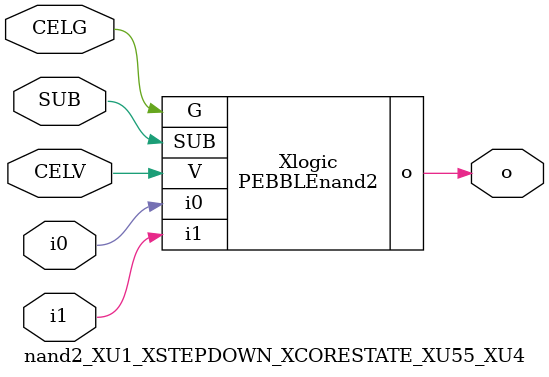
<source format=v>



module PEBBLEnand2 ( o, G, SUB, V, i0, i1 );

  input i0;
  input V;
  input i1;
  input G;
  output o;
  input SUB;
endmodule

//Celera Confidential Do Not Copy nand2_XU1_XSTEPDOWN_XCORESTATE_XU55_XU4
//Celera Confidential Symbol Generator
//5V NAND2
module nand2_XU1_XSTEPDOWN_XCORESTATE_XU55_XU4 (CELV,CELG,i0,i1,o,SUB);
input CELV;
input CELG;
input i0;
input i1;
input SUB;
output o;

//Celera Confidential Do Not Copy nand2
PEBBLEnand2 Xlogic(
.V (CELV),
.i0 (i0),
.i1 (i1),
.o (o),
.SUB (SUB),
.G (CELG)
);
//,diesize,PEBBLEnand2

//Celera Confidential Do Not Copy Module End
//Celera Schematic Generator
endmodule

</source>
